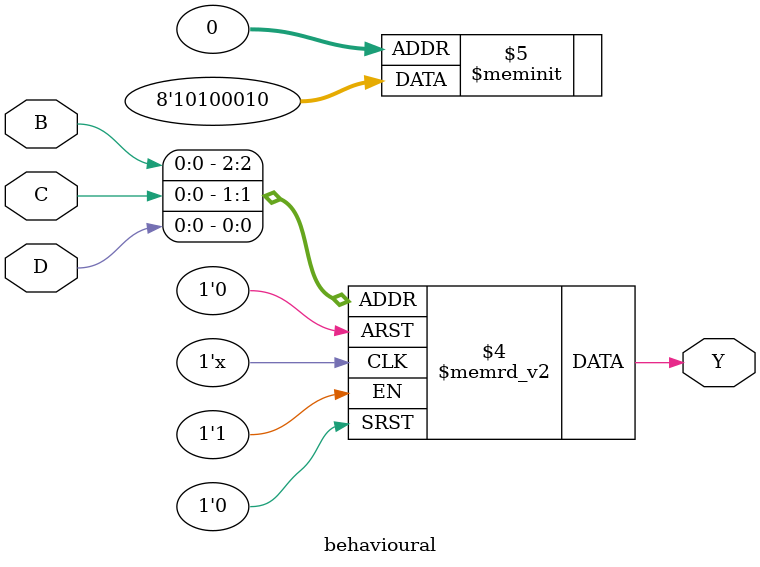
<source format=v>
`timescale 1ns / 1ps
module behavioural(B,C,D,Y);
input B,C,D;
output Y;
reg Y;
always @(B or C or D)
case ({B,C,D})
       3'b000:Y=0;
		 3'b001:Y=1;
       3'b010:Y=0;
       3'b011:Y=0;
       3'b100:Y=0;
       3'b101:Y=1;
       3'b110:Y=0;
       3'b111:Y=1;
endcase
endmodule

</source>
